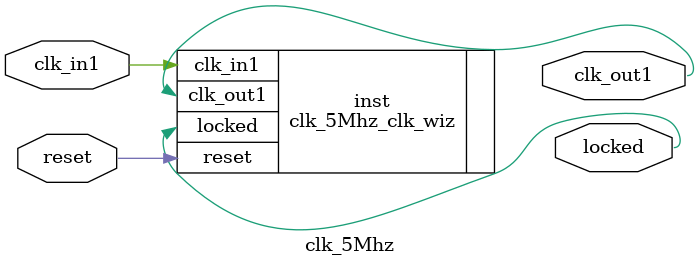
<source format=v>


`timescale 1ps/1ps

(* CORE_GENERATION_INFO = "clk_5Mhz,clk_wiz_v6_0_4_0_0,{component_name=clk_5Mhz,use_phase_alignment=true,use_min_o_jitter=false,use_max_i_jitter=false,use_dyn_phase_shift=false,use_inclk_switchover=false,use_dyn_reconfig=false,enable_axi=0,feedback_source=FDBK_AUTO,PRIMITIVE=MMCM,num_out_clk=1,clkin1_period=10.000,clkin2_period=10.000,use_power_down=false,use_reset=true,use_locked=true,use_inclk_stopped=false,feedback_type=SINGLE,CLOCK_MGR_TYPE=NA,manual_override=false}" *)

module clk_5Mhz 
 (
  // Clock out ports
  output        clk_out1,
  // Status and control signals
  input         reset,
  output        locked,
 // Clock in ports
  input         clk_in1
 );

  clk_5Mhz_clk_wiz inst
  (
  // Clock out ports  
  .clk_out1(clk_out1),
  // Status and control signals               
  .reset(reset), 
  .locked(locked),
 // Clock in ports
  .clk_in1(clk_in1)
  );

endmodule

</source>
